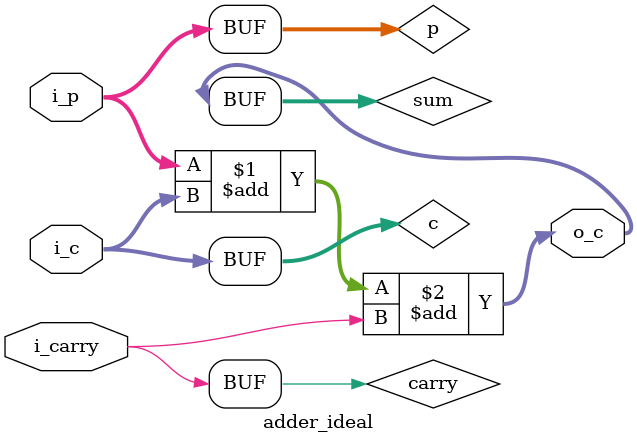
<source format=sv>


// https://solderpad.org/licenses/SHL-2.1/

// Unless required by applicable law or agreed to in writing, any work
// distributed under the License is distributed on an “AS IS” BASIS, WITHOUT
// WARRANTIES OR CONDITIONS OF ANY KIND, either express or implied. See the
// License for the specific language governing permissions and limitations
// under the License.

//
// Jordi Fornt <jfornt@bsc.es>

// ----------
// MACROS
// ----------

// --------------------
// MODULE DECLARATION
// --------------------

module adder_ideal #(
    parameter IP_W = 16,
    parameter OC_W = 16
)(
	// Data Inputs
    input  logic [IP_W-1:0]   	i_p,	    // First operand
	input  logic [OC_W-1:0]		i_c,	    // Second operand
    input  logic                i_carry,    // Carry in
		
	// Data Outputs 
	output logic [OC_W-1:0]     o_c 	        // Sum output
);

// ---------------------
// Combinational part
// ---------------------

// Cast to signed when needed for sign extension
logic signed                carry;
logic signed [IP_W-1:0]     p;
logic signed [OC_W-1:0]     c, sum;

assign carry = i_carry;
assign p = i_p;
assign c = i_c;

// EXACT SUM
assign sum = p + c + carry;
assign o_c = sum;

endmodule

</source>
